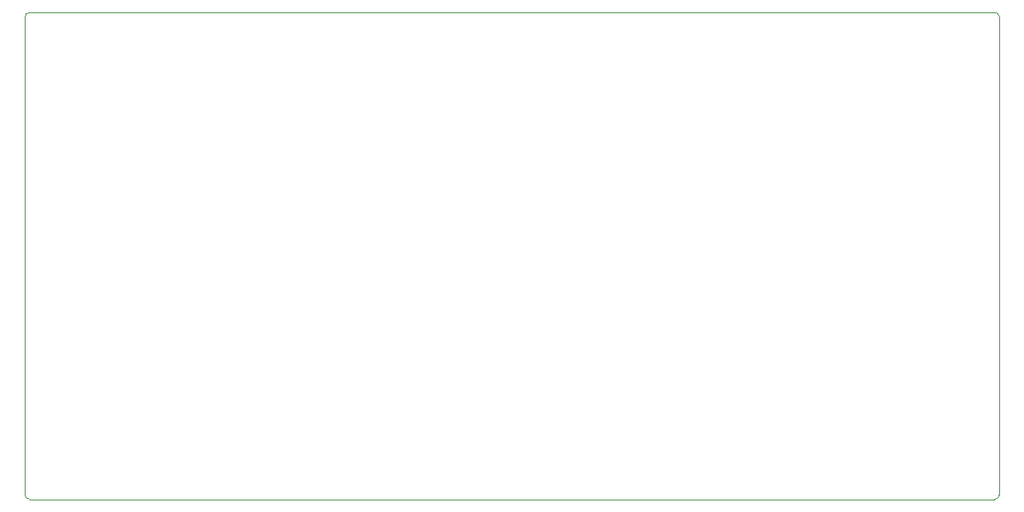
<source format=gbr>
%TF.GenerationSoftware,KiCad,Pcbnew,(5.99.0-12974-ge12f9a194d)*%
%TF.CreationDate,2021-11-26T19:34:28-08:00*%
%TF.ProjectId,LED_Addrs,4c45445f-4164-4647-9273-2e6b69636164,rev?*%
%TF.SameCoordinates,Original*%
%TF.FileFunction,Profile,NP*%
%FSLAX46Y46*%
G04 Gerber Fmt 4.6, Leading zero omitted, Abs format (unit mm)*
G04 Created by KiCad (PCBNEW (5.99.0-12974-ge12f9a194d)) date 2021-11-26 19:34:28*
%MOMM*%
%LPD*%
G01*
G04 APERTURE LIST*
%TA.AperFunction,Profile*%
%ADD10C,0.100000*%
%TD*%
G04 APERTURE END LIST*
D10*
X111500000Y-62000000D02*
X12500000Y-62000000D01*
X12500000Y-12000000D02*
G75*
G03*
X12000000Y-12500000I1J-500001D01*
G01*
X112000000Y-12500000D02*
G75*
G03*
X111500000Y-12000000I-500001J-1D01*
G01*
X12000000Y-61500000D02*
G75*
G03*
X12500000Y-62000000I500001J1D01*
G01*
X112000000Y-12500000D02*
X112000000Y-61500000D01*
X12500000Y-12000000D02*
X111500000Y-12000000D01*
X111500000Y-62000000D02*
G75*
G03*
X112000000Y-61500000I-1J500001D01*
G01*
X12000000Y-61500000D02*
X12000000Y-12500000D01*
M02*

</source>
